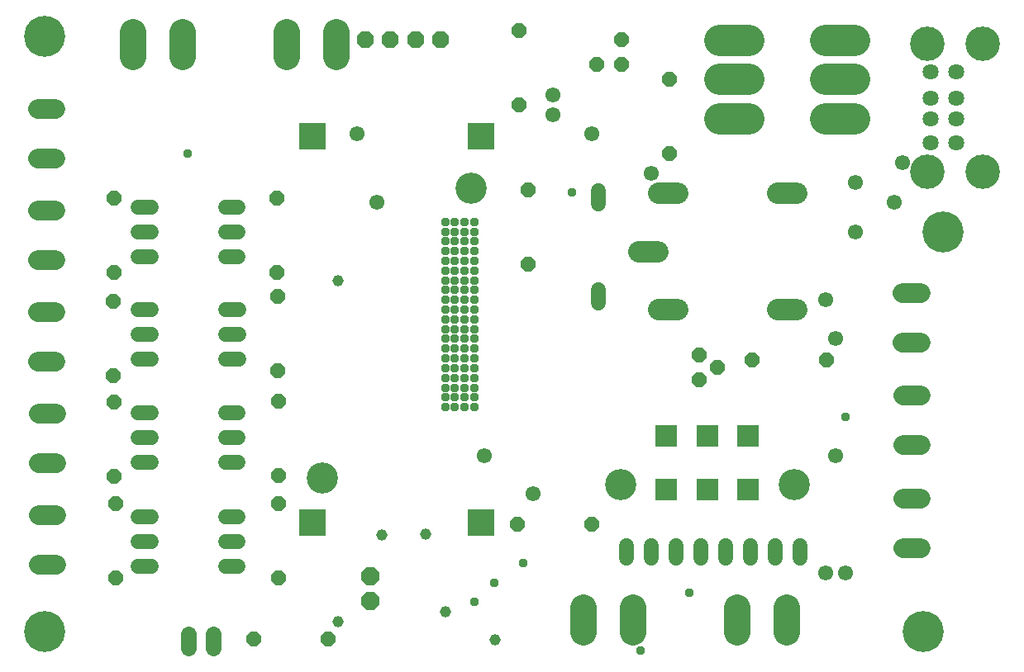
<source format=gbr>
G04 EAGLE Gerber X2 export*
%TF.Part,Single*%
%TF.FileFunction,Soldermask,Bot,1*%
%TF.FilePolarity,Negative*%
%TF.GenerationSoftware,Autodesk,EAGLE,8.7.0*%
%TF.CreationDate,2019-01-30T20:44:03Z*%
G75*
%MOMM*%
%FSLAX34Y34*%
%LPD*%
%AMOC8*
5,1,8,0,0,1.08239X$1,22.5*%
G01*
%ADD10C,4.203200*%
%ADD11P,1.852186X8X292.500000*%
%ADD12C,1.993900*%
%ADD13C,1.524000*%
%ADD14C,2.743200*%
%ADD15C,2.184400*%
%ADD16P,2.034460X8X112.500000*%
%ADD17R,2.303200X2.303200*%
%ADD18C,3.203200*%
%ADD19P,1.649562X8X112.500000*%
%ADD20P,1.649562X8X292.500000*%
%ADD21P,1.649562X8X22.500000*%
%ADD22C,3.213100*%
%ADD23C,3.530600*%
%ADD24C,1.631200*%
%ADD25C,1.625600*%
%ADD26R,2.703200X2.703200*%
%ADD27C,0.959600*%
%ADD28C,1.553200*%
%ADD29C,1.159600*%


D10*
X50000Y650000D03*
X950000Y40000D03*
X50000Y40000D03*
X970000Y450000D03*
D11*
X378456Y646532D03*
D12*
X929267Y125646D02*
X947174Y125646D01*
X947174Y176446D02*
X929267Y176446D01*
D11*
X429590Y646734D03*
X404026Y646684D03*
D12*
X928977Y336488D02*
X946884Y336488D01*
X946884Y387288D02*
X928977Y387288D01*
D13*
X617100Y478396D02*
X617100Y491604D01*
X617100Y390004D02*
X617100Y376796D01*
D12*
X61532Y159118D02*
X43625Y159118D01*
X43625Y108318D02*
X61532Y108318D01*
D14*
X601860Y64200D02*
X601860Y38800D01*
X810140Y38800D02*
X810140Y64200D01*
X759340Y64200D02*
X759340Y38800D01*
X652660Y38800D02*
X652660Y64200D01*
X140560Y628800D02*
X140560Y654200D01*
X348840Y654200D02*
X348840Y628800D01*
X298040Y628800D02*
X298040Y654200D01*
X191360Y654200D02*
X191360Y628800D01*
D11*
X455178Y646968D03*
D15*
X658144Y429400D02*
X677956Y429400D01*
X678464Y369710D02*
X698276Y369710D01*
X698276Y489090D02*
X678464Y489090D01*
X800384Y489090D02*
X820196Y489090D01*
X820196Y369710D02*
X800384Y369710D01*
D12*
X929621Y231086D02*
X947528Y231086D01*
X947528Y281886D02*
X929621Y281886D01*
D16*
X382900Y71400D03*
X382900Y96800D03*
D17*
X686500Y240800D03*
X728500Y240800D03*
X770500Y240800D03*
X770500Y185800D03*
X728500Y185800D03*
X686500Y185800D03*
D18*
X639500Y190400D03*
X817500Y190400D03*
D13*
X158780Y475056D02*
X145572Y475056D01*
X145572Y449656D02*
X158780Y449656D01*
X234980Y449656D02*
X248188Y449656D01*
X248188Y475056D02*
X234980Y475056D01*
X158780Y424256D02*
X145572Y424256D01*
X234980Y424256D02*
X248188Y424256D01*
X158976Y370286D02*
X145768Y370286D01*
X145768Y344886D02*
X158976Y344886D01*
X235176Y344886D02*
X248384Y344886D01*
X248384Y370286D02*
X235176Y370286D01*
X158976Y319486D02*
X145768Y319486D01*
X235176Y319486D02*
X248384Y319486D01*
X158722Y264274D02*
X145514Y264274D01*
X145514Y238874D02*
X158722Y238874D01*
X234922Y238874D02*
X248130Y238874D01*
X248130Y264274D02*
X234922Y264274D01*
X158722Y213474D02*
X145514Y213474D01*
X234922Y213474D02*
X248130Y213474D01*
X158628Y157754D02*
X145420Y157754D01*
X145420Y132354D02*
X158628Y132354D01*
X234828Y132354D02*
X248036Y132354D01*
X248036Y157754D02*
X234828Y157754D01*
X158628Y106954D02*
X145420Y106954D01*
X234828Y106954D02*
X248036Y106954D01*
D19*
X120696Y408178D03*
X120696Y484378D03*
D20*
X690048Y606200D03*
X690048Y530000D03*
D21*
X774166Y318126D03*
X850366Y318126D03*
X533800Y150000D03*
X610000Y150000D03*
D20*
X536000Y656200D03*
X536000Y580000D03*
D19*
X544950Y416450D03*
X544950Y492650D03*
D21*
X263800Y32000D03*
X340000Y32000D03*
D20*
X287576Y484632D03*
X287576Y408432D03*
D19*
X120188Y302514D03*
X120188Y378714D03*
D20*
X288338Y383540D03*
X288338Y307340D03*
D19*
X120696Y199390D03*
X120696Y275590D03*
D20*
X289608Y276098D03*
X289608Y199898D03*
D19*
X122728Y94996D03*
X122728Y171196D03*
D20*
X289284Y170846D03*
X289284Y94646D03*
D22*
X849451Y646132D02*
X879550Y646132D01*
X879550Y606000D02*
X849451Y606000D01*
X849451Y565868D02*
X879550Y565868D01*
X771150Y646132D02*
X741051Y646132D01*
X741051Y606000D02*
X771150Y606000D01*
X771150Y565868D02*
X741051Y565868D01*
D12*
X61278Y263258D02*
X43371Y263258D01*
X43371Y212458D02*
X61278Y212458D01*
X61058Y471554D02*
X43151Y471554D01*
X43151Y420754D02*
X61058Y420754D01*
X61058Y367444D02*
X43151Y367444D01*
X43151Y316644D02*
X61058Y316644D01*
D21*
X615600Y621700D03*
X641000Y621700D03*
X641000Y647100D03*
D23*
X953630Y511446D03*
X1010526Y511700D03*
X953630Y643018D03*
X1010526Y642764D03*
D24*
X983602Y565294D03*
X983602Y586630D03*
X957440Y565294D03*
X957440Y586376D03*
X983602Y613808D03*
X983602Y540910D03*
X957440Y613808D03*
X957440Y540910D03*
D25*
X197300Y37112D02*
X197300Y22888D01*
X222700Y22888D02*
X222700Y37112D01*
D12*
X60912Y575632D02*
X43005Y575632D01*
X43005Y524832D02*
X60912Y524832D01*
D26*
X496360Y548120D03*
X323640Y548120D03*
X323640Y151880D03*
X496360Y151880D03*
D18*
X486200Y494780D03*
X333800Y197600D03*
D20*
X720000Y297808D03*
X739050Y310508D03*
X720000Y323208D03*
D13*
X646070Y128082D02*
X646070Y114874D01*
X671470Y114874D02*
X671470Y128082D01*
X696870Y128082D02*
X696870Y114874D01*
X722270Y114874D02*
X722270Y128082D01*
X747670Y128082D02*
X747670Y114874D01*
X773070Y114874D02*
X773070Y128082D01*
X798470Y128082D02*
X798470Y114874D01*
X823870Y114874D02*
X823870Y128082D01*
D27*
X196447Y530000D03*
D28*
X860000Y340000D03*
X920000Y480000D03*
X928719Y520534D03*
X370000Y550000D03*
X550000Y180814D03*
X390000Y480000D03*
D27*
X870000Y260000D03*
X540000Y110000D03*
D29*
X440000Y140000D03*
X350000Y400000D03*
D27*
X710000Y80000D03*
D29*
X394970Y138938D03*
X511255Y31255D03*
D27*
X659811Y20189D03*
D29*
X460000Y60000D03*
D27*
X510000Y90000D03*
X490000Y70000D03*
D29*
X350000Y50000D03*
D28*
X880000Y500000D03*
X880000Y450000D03*
X870000Y100000D03*
X570000Y570000D03*
X500000Y220000D03*
X860000Y220000D03*
X850000Y100000D03*
X670814Y510000D03*
X610000Y550000D03*
X570000Y590000D03*
D27*
X590000Y490000D03*
D28*
X850000Y380000D03*
D27*
X490000Y450000D03*
X480000Y450000D03*
X470000Y450000D03*
X470000Y440000D03*
X480000Y440000D03*
X490000Y440000D03*
X490000Y430000D03*
X480000Y430000D03*
X470000Y430000D03*
X460000Y430000D03*
X460000Y420000D03*
X470000Y420000D03*
X480000Y420000D03*
X490000Y420000D03*
X490000Y410000D03*
X480000Y410000D03*
X460000Y410000D03*
X470000Y410000D03*
X460000Y400000D03*
X470000Y400000D03*
X480000Y400000D03*
X490000Y400000D03*
X490000Y390000D03*
X470000Y390000D03*
X460000Y390000D03*
X480000Y390000D03*
X480000Y380000D03*
X470000Y380000D03*
X460000Y380000D03*
X490000Y380000D03*
X490000Y370000D03*
X480000Y370000D03*
X470000Y370000D03*
X460000Y370000D03*
X490000Y360000D03*
X480000Y360000D03*
X470000Y360000D03*
X460000Y360000D03*
X460000Y350000D03*
X470000Y350000D03*
X480000Y350000D03*
X490000Y350000D03*
X490000Y340000D03*
X480000Y340000D03*
X470000Y340000D03*
X460000Y340000D03*
X460000Y330000D03*
X470000Y330000D03*
X480000Y330000D03*
X490000Y330000D03*
X490000Y320000D03*
X480000Y320000D03*
X470000Y320000D03*
X460000Y320000D03*
X460000Y310000D03*
X470000Y310000D03*
X480000Y310000D03*
X490000Y310000D03*
X490000Y300000D03*
X480000Y300000D03*
X470000Y300000D03*
X460000Y300000D03*
X460000Y280000D03*
X460000Y290000D03*
X470000Y290000D03*
X470000Y280000D03*
X480000Y290000D03*
X480000Y280000D03*
X490000Y290000D03*
X490000Y280000D03*
X470000Y460000D03*
X480000Y460000D03*
X490000Y460000D03*
X460000Y270000D03*
X470000Y270000D03*
X480000Y270000D03*
X490000Y270000D03*
X460000Y460000D03*
X460000Y450000D03*
X460000Y440000D03*
M02*

</source>
